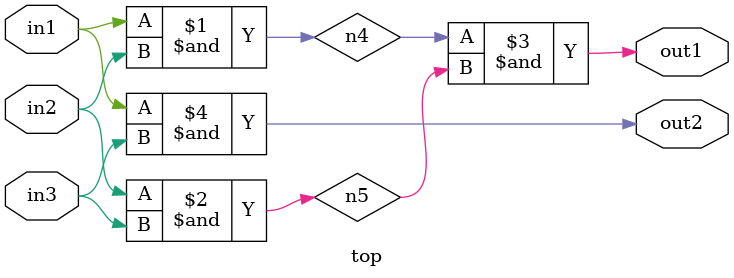
<source format=v>
module top (
    out1, out2, in1, in2, in3
);
    input in1, in2, in3;
    output out1, out2;
    wire n4, n5;
    assign n4 = in1 & in2;
    assign n5 = in2 & in3;
    assign out1 = n4 & n5;
    assign out2 = in1 & in3;
endmodule
</source>
